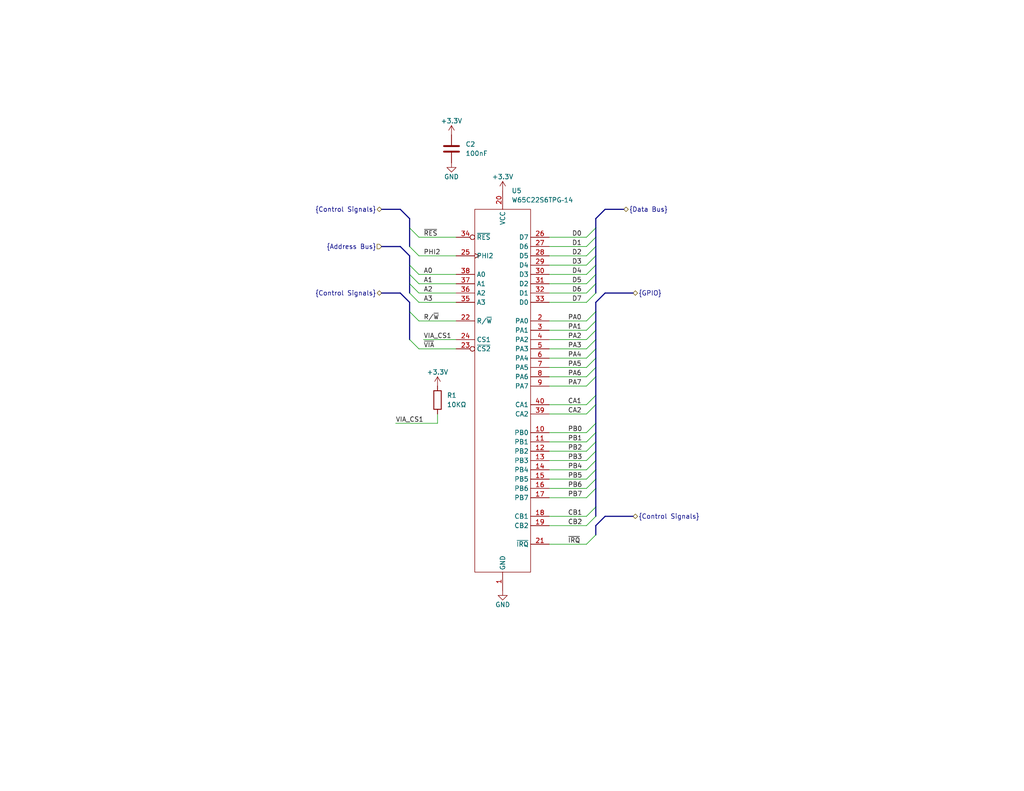
<source format=kicad_sch>
(kicad_sch (version 20230121) (generator eeschema)
  (paper "USLetter")
  (title_block (title "Sentinel 65X") (rev "0") (company "Stuidio 8502"))
  (lib_symbols
    (symbol "Device:C" (pin_numbers hide) (pin_names (offset 0.254))
      (property "Reference" "C" (at 0.635 2.54 0))
      (property "Value" "C" (at 0.635 -2.54 0))
      (symbol "C_0_1"
        (polyline (pts (xy -2.032 -0.762) (xy 2.032 -0.762)) (stroke (width 0.508)))
        (polyline (pts (xy -2.032 0.762) (xy 2.032 0.762)) (stroke (width 0.508)))
      )
      (symbol "C_1_1"
        (pin passive line (at 0 3.81 270) (length 2.794) (name "~") (number "1"))
        (pin passive line (at 0 -3.81 90) (length 2.794) (name "~") (number "2"))
      )
    )
    (symbol "Device:R" (pin_numbers hide) (pin_names (offset 0))
      (property "Reference" "R" (at 2.032 0 90))
      (property "Value" "R" (at 0 0 90))
      (symbol "R_0_1"
        (rectangle (start -1.016 -2.54) (end 1.016 2.54) (stroke (width 0.254)))
      )
      (symbol "R_1_1"
        (pin passive line (at 0 3.81 270) (length 1.27) (name "~") (number "1"))
        (pin passive line (at 0 -3.81 90) (length 1.27) (name "~") (number "2"))
      )
    )
    (symbol "Western Design Center:W65C22S"
      (property "Reference" "U" (at 0 0 0))
      (property "Value" "W65C22S6TPG–14" (at 0 0 0))
      (symbol "W65C22S_0_1"
        (rectangle (start 0 0) (end 15.24 -99.06))
      )
      (symbol "W65C22S_1_1"
        (pin power_in line (at 7.62 -104.14 90) (length 5.08) (name "GND") (number "1"))
        (pin bidirectional line (at 20.32 -60.96 180) (length 5.08) (name "PB0") (number "10"))
        (pin bidirectional line (at 20.32 -63.5 180) (length 5.08) (name "PB1") (number "11"))
        (pin bidirectional line (at 20.32 -66.04 180) (length 5.08) (name "PB2") (number "12"))
        (pin bidirectional line (at 20.32 -68.58 180) (length 5.08) (name "PB3") (number "13"))
        (pin bidirectional line (at 20.32 -71.12 180) (length 5.08) (name "PB4") (number "14"))
        (pin bidirectional line (at 20.32 -73.66 180) (length 5.08) (name "PB5") (number "15"))
        (pin bidirectional line (at 20.32 -76.2 180) (length 5.08) (name "PB6") (number "16"))
        (pin bidirectional line (at 20.32 -78.74 180) (length 5.08) (name "PB7") (number "17"))
        (pin bidirectional line (at 20.32 -83.82 180) (length 5.08) (name "CB1") (number "18"))
        (pin bidirectional line (at 20.32 -86.36 180) (length 5.08) (name "CB2") (number "19"))
        (pin bidirectional line (at 20.32 -30.48 180) (length 5.08) (name "PA0") (number "2"))
        (pin power_in line (at 7.62 5.08 270) (length 5.08) (name "VCC") (number "20"))
        (pin output line (at 20.32 -91.44 180) (length 5.08) (name "~{IRQ}") (number "21"))
        (pin input line (at -5.08 -30.48 0) (length 5.08) (name "R/~{W}") (number "22"))
        (pin input inverted (at -5.08 -38.1 0) (length 5.08) (name "~{CS2}") (number "23"))
        (pin input line (at -5.08 -35.56 0) (length 5.08) (name "CS1") (number "24"))
        (pin input clock (at -5.08 -12.7 0) (length 5.08) (name "PHI2") (number "25"))
        (pin bidirectional line (at 20.32 -7.62 180) (length 5.08) (name "D7") (number "26"))
        (pin bidirectional line (at 20.32 -10.16 180) (length 5.08) (name "D6") (number "27"))
        (pin bidirectional line (at 20.32 -12.7 180) (length 5.08) (name "D5") (number "28"))
        (pin bidirectional line (at 20.32 -15.24 180) (length 5.08) (name "D4") (number "29"))
        (pin bidirectional line (at 20.32 -33.02 180) (length 5.08) (name "PA1") (number "3"))
        (pin bidirectional line (at 20.32 -17.78 180) (length 5.08) (name "D3") (number "30"))
        (pin bidirectional line (at 20.32 -20.32 180) (length 5.08) (name "D2") (number "31"))
        (pin bidirectional line (at 20.32 -22.86 180) (length 5.08) (name "D1") (number "32"))
        (pin bidirectional line (at 20.32 -25.4 180) (length 5.08) (name "D0") (number "33"))
        (pin input inverted (at -5.08 -7.62 0) (length 5.08) (name "~{RES}") (number "34"))
        (pin input line (at -5.08 -25.4 0) (length 5.08) (name "A3") (number "35"))
        (pin input line (at -5.08 -22.86 0) (length 5.08) (name "A2") (number "36"))
        (pin input line (at -5.08 -20.32 0) (length 5.08) (name "A1") (number "37"))
        (pin input line (at -5.08 -17.78 0) (length 5.08) (name "A0") (number "38"))
        (pin bidirectional line (at 20.32 -55.88 180) (length 5.08) (name "CA2") (number "39"))
        (pin bidirectional line (at 20.32 -35.56 180) (length 5.08) (name "PA2") (number "4"))
        (pin bidirectional line (at 20.32 -53.34 180) (length 5.08) (name "CA1") (number "40"))
        (pin bidirectional line (at 20.32 -38.1 180) (length 5.08) (name "PA3") (number "5"))
        (pin bidirectional line (at 20.32 -40.64 180) (length 5.08) (name "PA4") (number "6"))
        (pin bidirectional line (at 20.32 -43.18 180) (length 5.08) (name "PA5") (number "7"))
        (pin bidirectional line (at 20.32 -45.72 180) (length 5.08) (name "PA6") (number "8"))
        (pin bidirectional line (at 20.32 -48.26 180) (length 5.08) (name "PA7") (number "9"))
      )
    )
    (symbol "power:+3.3V" (power) (pin_names (offset 0))
      (property "Value" "+3.3V" (at 0 3.556 0))
      (symbol "+3.3V_0_1"
        (polyline (pts (xy -0.762 1.27) (xy 0 2.54)))
        (polyline (pts (xy 0 0) (xy 0 2.54)))
        (polyline (pts (xy 0 2.54) (xy 0.762 1.27)))
      )
      (symbol "+3.3V_1_1"
        (pin power_in line (at 0 0 90) (length 0) hide (name "+3.3V") (number "1"))
      )
    )
    (symbol "power:GND" (power) (pin_names (offset 0))
      (property "Value" "GND" (at 0 -3.81 0))
      (symbol "GND_0_1"
        (polyline (pts (xy 0 0) (xy 0 -1.27) (xy 1.27 -1.27) (xy 0 -2.54) (xy -1.27 -1.27) (xy 0 -1.27)))
      )
      (symbol "GND_1_1"
        (pin power_in line (at 0 0 270) (length 0) hide (name "GND") (number "1"))
      )
    )
  )
  (bus_alias "Digital Audio" (members "LRCK" "BCLK" "ADATA" "SYSCLK"))
  (bus_alias "Digital Video" (members "R[0..3]" "G[0..3]" "B[0..3]" "HSYNC" "VSYNC"))
  (bus_alias "GPIO" (members "PA[0..7]" "PB[0..7]" "CA[1..2]" "CB[1..2]"))
  (bus_entry (at 162.56 146.05) (size -2.54 2.54))
  (bus_entry (at 162.56 64.77) (size -2.54 2.54))
  (bus_entry (at 111.76 85.09) (size 2.54 2.54))
  (bus_entry (at 162.56 125.73) (size -2.54 2.54))
  (bus_entry (at 162.56 130.81) (size -2.54 2.54))
  (bus_entry (at 162.56 128.27) (size -2.54 2.54))
  (bus_entry (at 162.56 90.17) (size -2.54 2.54))
  (bus_entry (at 162.56 133.35) (size -2.54 2.54))
  (bus_entry (at 111.76 72.39) (size 2.54 2.54))
  (bus_entry (at 162.56 92.71) (size -2.54 2.54))
  (bus_entry (at 162.56 72.39) (size -2.54 2.54))
  (bus_entry (at 114.3 95.25) (size -2.54 -2.54))
  (bus_entry (at 162.56 85.09) (size -2.54 2.54))
  (bus_entry (at 162.56 80.01) (size -2.54 2.54))
  (bus_entry (at 162.56 95.25) (size -2.54 2.54))
  (bus_entry (at 162.56 110.49) (size -2.54 2.54))
  (bus_entry (at 162.56 123.19) (size -2.54 2.54))
  (bus_entry (at 162.56 100.33) (size -2.54 2.54))
  (bus_entry (at 162.56 67.31) (size -2.54 2.54))
  (bus_entry (at 111.76 74.93) (size 2.54 2.54))
  (bus_entry (at 162.56 107.95) (size -2.54 2.54))
  (bus_entry (at 162.56 77.47) (size -2.54 2.54))
  (bus_entry (at 162.56 74.93) (size -2.54 2.54))
  (bus_entry (at 162.56 118.11) (size -2.54 2.54))
  (bus_entry (at 162.56 102.87) (size -2.54 2.54))
  (bus_entry (at 162.56 87.63) (size -2.54 2.54))
  (bus_entry (at 111.76 67.31) (size 2.54 2.54))
  (bus_entry (at 111.76 80.01) (size 2.54 2.54))
  (bus_entry (at 111.76 77.47) (size 2.54 2.54))
  (bus_entry (at 162.56 140.97) (size -2.54 2.54))
  (bus_entry (at 162.56 138.43) (size -2.54 2.54))
  (bus_entry (at 162.56 97.79) (size -2.54 2.54))
  (bus_entry (at 162.56 62.23) (size -2.54 2.54))
  (bus_entry (at 162.56 69.85) (size -2.54 2.54))
  (bus_entry (at 162.56 115.57) (size -2.54 2.54))
  (bus_entry (at 162.56 120.65) (size -2.54 2.54))
  (bus_entry (at 111.76 62.23) (size 2.54 2.54))
  (bus (pts (xy 162.56 125.73) (xy 162.56 128.27)))
  (bus (pts (xy 111.76 77.47) (xy 111.76 80.01)))
  (bus (pts (xy 165.1 140.97) (xy 162.56 143.51)))
  (wire (pts (xy 107.95 115.57) (xy 119.38 115.57)))
  (bus (pts (xy 111.76 85.09) (xy 111.76 92.71)))
  (wire (pts (xy 115.57 92.71) (xy 124.46 92.71)))
  (bus (pts (xy 162.56 90.17) (xy 162.56 92.71)))
  (bus (pts (xy 111.76 62.23) (xy 111.76 67.31)))
  (wire (pts (xy 149.86 74.93) (xy 160.02 74.93)))
  (wire (pts (xy 149.86 133.35) (xy 160.02 133.35)))
  (bus (pts (xy 162.56 62.23) (xy 162.56 64.77)))
  (bus (pts (xy 162.56 92.71) (xy 162.56 95.25)))
  (bus (pts (xy 162.56 77.47) (xy 162.56 80.01)))
  (bus (pts (xy 162.56 130.81) (xy 162.56 133.35)))
  (bus (pts (xy 165.1 80.01) (xy 162.56 82.55)))
  (bus (pts (xy 162.56 64.77) (xy 162.56 67.31)))
  (wire (pts (xy 149.86 80.01) (xy 160.02 80.01)))
  (wire (pts (xy 149.86 90.17) (xy 160.02 90.17)))
  (bus (pts (xy 109.22 57.15) (xy 104.14 57.15)))
  (wire (pts (xy 149.86 118.11) (xy 160.02 118.11)))
  (bus (pts (xy 111.76 74.93) (xy 111.76 77.47)))
  (wire (pts (xy 149.86 128.27) (xy 160.02 128.27)))
  (wire (pts (xy 114.3 95.25) (xy 124.46 95.25)))
  (wire (pts (xy 149.86 72.39) (xy 160.02 72.39)))
  (wire (pts (xy 149.86 67.31) (xy 160.02 67.31)))
  (bus (pts (xy 162.56 133.35) (xy 162.56 138.43)))
  (bus (pts (xy 162.56 97.79) (xy 162.56 100.33)))
  (wire (pts (xy 149.86 113.03) (xy 160.02 113.03)))
  (wire (pts (xy 149.86 69.85) (xy 160.02 69.85)))
  (bus (pts (xy 162.56 115.57) (xy 162.56 118.11)))
  (wire (pts (xy 149.86 102.87) (xy 160.02 102.87)))
  (bus (pts (xy 111.76 72.39) (xy 111.76 74.93)))
  (wire (pts (xy 149.86 92.71) (xy 160.02 92.71)))
  (bus (pts (xy 162.56 123.19) (xy 162.56 125.73)))
  (bus (pts (xy 165.1 140.97) (xy 172.72 140.97)))
  (wire (pts (xy 149.86 110.49) (xy 160.02 110.49)))
  (bus (pts (xy 162.56 85.09) (xy 162.56 87.63)))
  (bus (pts (xy 109.22 67.31) (xy 111.76 69.85)))
  (bus (pts (xy 109.22 80.01) (xy 111.76 82.55)))
  (bus (pts (xy 165.1 57.15) (xy 170.18 57.15)))
  (wire (pts (xy 124.46 80.01) (xy 114.3 80.01)))
  (bus (pts (xy 162.56 128.27) (xy 162.56 130.81)))
  (bus (pts (xy 162.56 67.31) (xy 162.56 69.85)))
  (wire (pts (xy 124.46 77.47) (xy 114.3 77.47)))
  (bus (pts (xy 162.56 72.39) (xy 162.56 74.93)))
  (wire (pts (xy 124.46 64.77) (xy 114.3 64.77)))
  (bus (pts (xy 162.56 120.65) (xy 162.56 123.19)))
  (bus (pts (xy 165.1 80.01) (xy 172.72 80.01)))
  (wire (pts (xy 149.86 140.97) (xy 160.02 140.97)))
  (bus (pts (xy 162.56 107.95) (xy 162.56 110.49)))
  (wire (pts (xy 149.86 77.47) (xy 160.02 77.47)))
  (wire (pts (xy 149.86 97.79) (xy 160.02 97.79)))
  (bus (pts (xy 162.56 100.33) (xy 162.56 102.87)))
  (bus (pts (xy 109.22 67.31) (xy 104.14 67.31)))
  (wire (pts (xy 149.86 64.77) (xy 160.02 64.77)))
  (wire (pts (xy 149.86 95.25) (xy 160.02 95.25)))
  (bus (pts (xy 162.56 110.49) (xy 162.56 115.57)))
  (bus (pts (xy 162.56 87.63) (xy 162.56 90.17)))
  (bus (pts (xy 162.56 102.87) (xy 162.56 107.95)))
  (bus (pts (xy 109.22 57.15) (xy 111.76 59.69)))
  (wire (pts (xy 114.3 82.55) (xy 124.46 82.55)))
  (bus (pts (xy 111.76 82.55) (xy 111.76 85.09)))
  (bus (pts (xy 165.1 57.15) (xy 162.56 59.69)))
  (bus (pts (xy 162.56 74.93) (xy 162.56 77.47)))
  (bus (pts (xy 162.56 95.25) (xy 162.56 97.79)))
  (bus (pts (xy 162.56 69.85) (xy 162.56 72.39)))
  (wire (pts (xy 149.86 130.81) (xy 160.02 130.81)))
  (wire (pts (xy 149.86 148.59) (xy 160.02 148.59)))
  (wire (pts (xy 124.46 74.93) (xy 114.3 74.93)))
  (bus (pts (xy 162.56 59.69) (xy 162.56 62.23)))
  (wire (pts (xy 119.38 113.03) (xy 119.38 115.57)))
  (wire (pts (xy 114.3 69.85) (xy 124.46 69.85)))
  (wire (pts (xy 149.86 105.41) (xy 160.02 105.41)))
  (bus (pts (xy 162.56 143.51) (xy 162.56 146.05)))
  (bus (pts (xy 162.56 138.43) (xy 162.56 140.97)))
  (wire (pts (xy 149.86 120.65) (xy 160.02 120.65)))
  (wire (pts (xy 149.86 82.55) (xy 160.02 82.55)))
  (bus (pts (xy 109.22 80.01) (xy 104.14 80.01)))
  (wire (pts (xy 149.86 123.19) (xy 160.02 123.19)))
  (wire (pts (xy 149.86 125.73) (xy 160.02 125.73)))
  (wire (pts (xy 149.86 143.51) (xy 160.02 143.51)))
  (wire (pts (xy 124.46 87.63) (xy 114.3 87.63)))
  (bus (pts (xy 111.76 59.69) (xy 111.76 62.23)))
  (bus (pts (xy 162.56 118.11) (xy 162.56 120.65)))
  (wire (pts (xy 149.86 135.89) (xy 160.02 135.89)))
  (bus (pts (xy 162.56 82.55) (xy 162.56 85.09)))
  (wire (pts (xy 149.86 87.63) (xy 160.02 87.63)))
  (bus (pts (xy 111.76 69.85) (xy 111.76 72.39)))
  (wire (pts (xy 149.86 100.33) (xy 160.02 100.33)))
  (label "PB6" (at 154.94 133.35 0))
  (label "PB2" (at 154.94 123.19 0))
  (label "PHI2" (at 115.57 69.85 0))
  (label "A0" (at 115.57 74.93 0))
  (label "D6" (at 158.75 80.01 180))
  (label "PB4" (at 154.94 128.27 0))
  (label "D1" (at 158.75 67.31 180))
  (label "A1" (at 115.57 77.47 0))
  (label "R/~{W}" (at 115.57 87.63 0))
  (label "A2" (at 115.57 80.01 0))
  (label "PA3" (at 154.94 95.25 0))
  (label "VIA_CS1" (at 115.57 92.71 0))
  (label "PB0" (at 154.94 118.11 0))
  (label "PA0" (at 154.94 87.63 0))
  (label "PA4" (at 154.94 97.79 0))
  (label "PA2" (at 154.94 92.71 0))
  (label "PA7" (at 154.94 105.41 0))
  (label "D2" (at 158.75 69.85 180))
  (label "PA5" (at 154.94 100.33 0))
  (label "CA2" (at 154.94 113.03 0))
  (label "PB3" (at 154.94 125.73 0))
  (label "PB7" (at 154.94 135.89 0))
  (label "D3" (at 158.75 72.39 180))
  (label "PB1" (at 154.94 120.65 0))
  (label "~{VIA}" (at 115.57 95.25 0))
  (label "D5" (at 158.75 77.47 180))
  (label "~{IRQ}" (at 154.94 148.59 0))
  (label "CA1" (at 154.94 110.49 0))
  (label "D4" (at 158.75 74.93 180))
  (label "D7" (at 158.75 82.55 180))
  (label "CB1" (at 154.94 140.97 0))
  (label "VIA_CS1" (at 107.95 115.57 0))
  (label "CB2" (at 154.94 143.51 0))
  (label "A3" (at 115.57 82.55 0))
  (label "PB5" (at 154.94 130.81 0))
  (label "PA6" (at 154.94 102.87 0))
  (label "PA1" (at 154.94 90.17 0))
  (label "D0" (at 158.75 64.77 180))
  (label "~{RES}" (at 115.57 64.77 0))
  (hierarchical_label "{Address Bus}" (shape input) (at 104.14 67.31 180))
  (hierarchical_label "{Control Signals}" (shape bidirectional) (at 104.14 57.15 180))
  (hierarchical_label "{Control Signals}" (shape bidirectional) (at 104.14 80.01 180))
  (hierarchical_label "{GPIO}" (shape bidirectional) (at 172.72 80.01 0))
  (hierarchical_label "{Data Bus}" (shape bidirectional) (at 170.18 57.15 0))
  (hierarchical_label "{Control Signals}" (shape bidirectional) (at 172.72 140.97 0))
  (symbol (lib_id "power:+3.3V") (at 119.38 105.41 0) (unit 1)
    (property "Reference" "#PWR030" (effects hide))
    (property "Value" "+3.3V" (at 119.38 101.6 0))
  )
  (symbol (lib_id "power:GND") (at 137.16 161.29 0) (unit 1)
    (property "Reference" "#PWR06" (effects hide))
    (property "Value" "GND" (at 137.16 165.1 0))
    (instances (project "Sentinel 65" (path "" (reference "#PWR06") (unit 1)) (path "" (reference "#PWR034") (unit 1))))
  )
  (symbol (lib_id "Device:C") (at 123.19 40.64 0) (unit 1)
    (property "Reference" "C2" (at 127 39.3699 0) (effects (justify left)))
    (property "Value" "100nF" (at 127 41.9099 0) (effects (justify left)))
    (property "Footprint" "Capacitor_SMD:C_0402_1005Metric" (effects hide))
    (instances (project "Sentinel 65" (path "" (reference "C2") (unit 1)) (path "" (reference "C9") (unit 1))))
  )
  (symbol (lib_id "Device:R") (at 119.38 109.22 0) (unit 1)
    (property "Reference" "R1" (at 121.92 107.9499 0) (effects (justify left)))
    (property "Value" "10KΩ" (at 121.92 110.4899 0) (effects (justify left)))
    (property "Footprint" "Resistor_SMD:R_0402_1005Metric" (effects hide))
  )
  (symbol (lib_id "Western Design Center:W65C22S") (at 129.54 57.15 0) (unit 1)
    (property "Reference" "U5" (at 139.5826 52.07 0) (effects (justify left)))
    (property "Value" "W65C22S6TPG–14" (at 139.5826 54.61 0) (effects (justify left)))
    (property "Footprint" "Package_DIP:DIP-40_W25.4mm_Socket_LongPads" (effects hide))
    (property "Datasheet" "https://www.westerndesigncenter.com/wdc/documentation/w65c22.pdf" (effects hide))
  )
  (symbol (lib_id "power:+3.3V") (at 137.16 52.07 0) (unit 1)
    (property "Reference" "#PWR05" (effects hide))
    (property "Value" "+3.3V" (at 137.16 48.26 0))
    (instances (project "Sentinel 65" (path "" (reference "#PWR05") (unit 1)) (path "" (reference "#PWR033") (unit 1))))
  )
  (symbol (lib_id "power:GND") (at 123.19 44.45 0) (unit 1)
    (property "Reference" "#PWR06" (effects hide))
    (property "Value" "GND" (at 123.19 48.26 0))
    (instances (project "Sentinel 65" (path "" (reference "#PWR06") (unit 1)) (path "" (reference "#PWR032") (unit 1))))
  )
  (symbol (lib_id "power:+3.3V") (at 123.19 36.83 0) (unit 1)
    (property "Reference" "#PWR05" (effects hide))
    (property "Value" "+3.3V" (at 123.19 33.02 0))
    (instances (project "Sentinel 65" (path "" (reference "#PWR05") (unit 1)) (path "" (reference "#PWR031") (unit 1))))
  )
)
</source>
